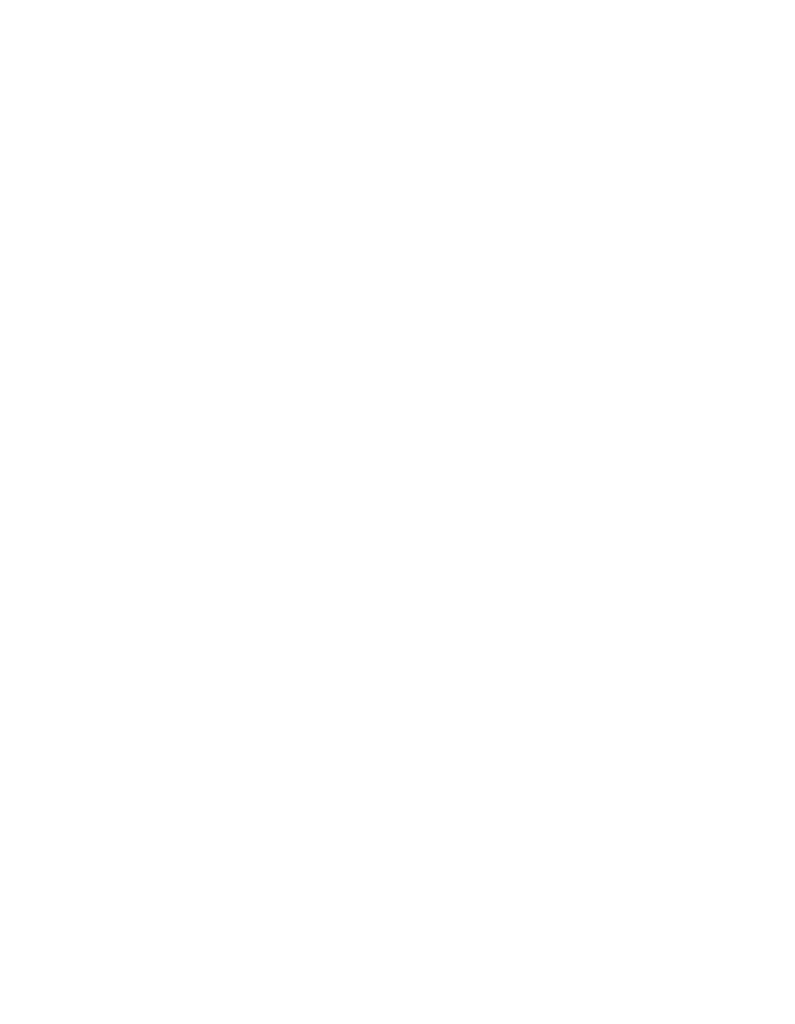
<source format=gbr>
G04 Created by GerbView*
%FSLAX35Y35*%
%MOMM*%
G75*
%ADD10C,0.0254*%
%ADD11C,0.1245*%
%LNEXPORT*%
D02*
D10*
D11*
X12450000Y26450000D03*
D10*
D11*
X14768750Y26575000D03*
D10*
D11*
X12250000Y26550000D03*
D10*
D11*
X14056250Y26575000D03*
D10*
D11*
X12450000Y26250000D03*
D10*
D11*
X14725000Y26425000D03*
D10*
D11*
X12250000Y26350000D03*
D10*
D11*
X13756250Y26425000D03*
D10*
D11*
X12350000Y26450000D03*
D10*
D11*
X14768750Y26475000D03*
D10*
D11*
X12150000Y26550000D03*
D10*
D11*
X14056250Y26475000D03*
D10*
D11*
X12350000Y26250000D03*
D10*
D11*
X14725000Y26325000D03*
D10*
D11*
X12150000Y26350000D03*
D10*
D11*
X13756250Y26325000D03*
D10*
D11*
X19400000Y12450000D03*
D10*
D11*
X21718750Y12575000D03*
D10*
D11*
X19200000Y12550000D03*
D10*
D11*
X21006250Y12575000D03*
D10*
D11*
X19400000Y12250000D03*
D10*
D11*
X21675000Y12425000D03*
D10*
D11*
X19200000Y12350000D03*
D10*
D11*
X20706250Y12425000D03*
D10*
D11*
X19300000Y12450000D03*
D10*
D11*
X21718750Y12475000D03*
D10*
D11*
X19100000Y12550000D03*
D10*
D11*
X21006250Y12475000D03*
D10*
D11*
X19300000Y12250000D03*
D10*
D11*
X21675000Y12325000D03*
D10*
D11*
X19100000Y12350000D03*
D10*
D11*
X20706250Y12325000D03*
D10*
D11*
X5081250Y28325000D03*
D10*
D11*
X7450000Y27850000D03*
D10*
D11*
X5793750Y28325000D03*
D10*
D11*
X7650000Y27950000D03*
D10*
D11*
X5125000Y28475000D03*
D10*
D11*
X7650000Y28150000D03*
D10*
D11*
X6093750Y28475000D03*
D10*
D11*
X7450000Y28050000D03*
D10*
D11*
X5081250Y28425000D03*
D10*
D11*
X7550000Y27850000D03*
D10*
D11*
X5793750Y28425000D03*
D10*
D11*
X7750000Y27950000D03*
D10*
D11*
X5125000Y28575000D03*
D10*
D11*
X7750000Y28150000D03*
D10*
D11*
X6093750Y28575000D03*
D10*
D11*
X7550000Y28050000D03*
D10*
D11*
X12031250Y14325000D03*
D10*
D11*
X14400000Y13850000D03*
D10*
D11*
X12743750Y14325000D03*
D10*
D11*
X14600000Y13950000D03*
D10*
D11*
X12075000Y14475000D03*
D10*
D11*
X14600000Y14150000D03*
D10*
D11*
X13043750Y14475000D03*
D10*
D11*
X14400000Y14050000D03*
D10*
D11*
X12031250Y14425000D03*
D10*
D11*
X14500000Y13850000D03*
D10*
D11*
X12743750Y14425000D03*
D10*
D11*
X14700000Y13950000D03*
D10*
D11*
X12075000Y14575000D03*
D10*
D11*
X14700000Y14150000D03*
D10*
D11*
X13043750Y14575000D03*
D10*
D11*
X14500000Y14050000D03*
D10*
D11*
X11750000Y26350000D03*
D10*
D11*
X11950000Y26250000D03*
D10*
D11*
X11950000Y26450000D03*
D10*
D11*
X11750000Y26550000D03*
D10*
D11*
X11650000Y26350000D03*
D10*
D11*
X11850000Y26250000D03*
D10*
D11*
X11850000Y26450000D03*
D10*
D11*
X11650000Y26550000D03*
D10*
D11*
X18700000Y12350000D03*
D10*
D11*
X18900000Y12250000D03*
D10*
D11*
X18900000Y12450000D03*
D10*
D11*
X18700000Y12550000D03*
D10*
D11*
X18600000Y12350000D03*
D10*
D11*
X18800000Y12250000D03*
D10*
D11*
X18800000Y12450000D03*
D10*
D11*
X18600000Y12550000D03*
D10*
D11*
X22850000Y19850790D03*
D10*
D11*
X24366250Y19882540D03*
D10*
D11*
X22850000Y19792210D03*
D10*
D11*
X24293750Y19810040D03*
D10*
D11*
X22850000Y20000790D03*
D10*
D11*
X24366250Y20036220D03*
D10*
D11*
X22850000Y19942210D03*
D10*
D11*
X24293750Y19963720D03*
D10*
D11*
X22850000Y20150790D03*
D10*
D11*
X24366250Y20181220D03*
D10*
D11*
X22850000Y20092210D03*
D10*
D11*
X24293750Y20108720D03*
D10*
D11*
X22850000Y20270290D03*
D10*
D11*
X24366250Y20326220D03*
D10*
D11*
X22850000Y20211710D03*
D10*
D11*
X24293750Y20253720D03*
D10*
D11*
X2646250Y20969610D03*
D10*
D11*
X2646250Y21032900D03*
D10*
D11*
X2643750Y20725860D03*
D10*
D11*
X2643750Y20789150D03*
D10*
D11*
X5156250Y14205390D03*
D10*
D11*
X5881250Y10981650D03*
D10*
D11*
X5156250Y14142100D03*
D10*
D11*
X5881250Y10918360D03*
D10*
D11*
X7353750Y11300000D03*
D10*
D11*
X7353750Y11400000D03*
D10*
D11*
X12062500Y7675750D03*
D10*
D11*
X12763860Y7673750D03*
D10*
D11*
X12100000Y7825000D03*
D10*
D11*
X13068750Y7825000D03*
D10*
D11*
X12062500Y7775750D03*
D10*
D11*
X12763860Y7773750D03*
D10*
D11*
X12100000Y7925000D03*
D10*
D11*
X13068750Y7925000D03*
D10*
D11*
X12763860Y8526250D03*
D10*
D11*
X11825000Y8526250D03*
D10*
D11*
X2653210Y6222020D03*
D10*
D11*
X13068750Y8375000D03*
D10*
D11*
X12100000Y8375000D03*
D10*
D11*
X2346500Y5806250D03*
D10*
D11*
X12763860Y8426250D03*
D10*
D11*
X11825000Y8426250D03*
D10*
D11*
X2733220Y6220720D03*
D10*
D11*
X13068750Y8275000D03*
D10*
D11*
X12100000Y8275000D03*
D10*
D11*
X2446500Y5806250D03*
D10*
D11*
X16000000Y11050000D03*
D10*
D11*
X9075000Y14385400D03*
D10*
D11*
X16000000Y11150000D03*
D10*
D11*
X8975000Y14385400D03*
D10*
D11*
X16100000Y11150000D03*
D10*
D11*
X8050000Y13875000D03*
D10*
D11*
X16100000Y11250000D03*
D10*
D11*
X8050000Y13975000D03*
D10*
D11*
X10150000Y30725000D03*
D10*
D11*
X10150000Y30812500D03*
D10*
D11*
X10300000Y30512500D03*
D10*
D11*
X10300000Y30675000D03*
D10*
D11*
X10687500Y29912500D03*
D10*
D11*
X10825000Y29912500D03*
D10*
D11*
X10875000Y29912500D03*
D10*
D11*
X10987500Y29900000D03*
D10*
D11*
X15537500Y8362500D03*
D10*
D11*
X15537500Y8450000D03*
D10*
D11*
X15537500Y8625000D03*
D10*
D11*
X15975000Y8012500D03*
D10*
D11*
X16000000Y9037500D03*
D10*
D11*
X16162500Y7975000D03*
D10*
D11*
X16175000Y9037500D03*
D10*
D11*
X16350000Y9037500D03*
D10*
D11*
X16975000Y8287500D03*
D10*
D11*
X16975000Y8437500D03*
D10*
D11*
X16978000Y27116000D03*
D10*
D11*
X17000000Y8637500D03*
D10*
D11*
X17116000Y27114000D03*
D10*
D11*
X17250000Y25987500D03*
D10*
D11*
X17250000Y26037500D03*
D10*
D11*
X17437500Y8050000D03*
D10*
D11*
X17462500Y9050000D03*
D10*
D11*
X17612500Y8050000D03*
D10*
D11*
X17625000Y9050000D03*
D10*
D11*
X17800000Y9050000D03*
D10*
D11*
X18012500Y26687500D03*
D10*
D11*
X18150000Y26687500D03*
D10*
D11*
X18200000Y8637500D03*
D10*
D11*
X18275000Y8275000D03*
D10*
D11*
X18275000Y8450000D03*
D10*
D11*
X18312500Y26675000D03*
D10*
D11*
X19312500Y26000000D03*
D10*
D11*
X19312500Y26100000D03*
D10*
D11*
X19375000Y25400000D03*
D10*
D11*
X19425000Y26287500D03*
D10*
D11*
X19437500Y25462500D03*
D10*
D11*
X19450000Y26087500D03*
D10*
D11*
X19825000Y26625000D03*
D10*
D11*
X20037500Y26625000D03*
D10*
D11*
X22894000Y19770000D03*
D10*
D11*
X22894000Y20190000D03*
D10*
D11*
X22894000Y20293000D03*
D10*
D11*
X22896000Y20075000D03*
D10*
D11*
X22897000Y19923000D03*
D10*
D11*
X22898000Y19868000D03*
D10*
D11*
X22898000Y20020000D03*
D10*
D11*
X24327000Y19772000D03*
D10*
D11*
X24329000Y20216000D03*
D10*
D11*
X24334000Y19930000D03*
D10*
D11*
X24336000Y20082000D03*
D10*
D11*
X24403000Y19844000D03*
D10*
D11*
X24405000Y20001000D03*
D10*
D11*
X24407000Y20148000D03*
D10*
D11*
X24415000Y20330000D03*
D10*
D11*
X2573000Y20953000D03*
D10*
D11*
X2626000Y20678000D03*
D10*
D11*
X2646000Y21090000D03*
D10*
D11*
X2667000Y20836000D03*
D10*
D11*
X5200000Y14112500D03*
D10*
D11*
X5200000Y14237500D03*
D10*
D11*
X5500000Y13687500D03*
D10*
D11*
X5625000Y13562500D03*
D10*
D11*
X5675000Y15400000D03*
D10*
D11*
X5675000Y15537500D03*
D10*
D11*
X5850000Y10875000D03*
D10*
D11*
X5850000Y11025000D03*
D10*
D11*
X5850000Y11075000D03*
D10*
D11*
X5875000Y11237500D03*
D10*
D11*
X5907690Y13382500D03*
D10*
D11*
X6037500Y13225000D03*
D10*
D11*
X6037500Y13400000D03*
D10*
D11*
X6162500Y13225000D03*
D10*
D11*
X6537500Y15137500D03*
D10*
D11*
X6600000Y15325000D03*
D10*
D11*
X6637500Y15225000D03*
D10*
D11*
X6675000Y15400000D03*
D10*
D11*
X7268000Y12255000D03*
D10*
D11*
X7396000Y11423000D03*
D10*
D11*
X7416000Y12252000D03*
D10*
D11*
X7975000Y15212500D03*
D10*
D11*
X7975000Y15350000D03*
D10*
D11*
X8075000Y15400000D03*
D10*
D11*
X8075000Y15525000D03*
D10*
D11*
X8087500Y13837500D03*
D10*
D11*
X8087500Y14012500D03*
D10*
D11*
X8425000Y15337500D03*
D10*
D11*
X8425000Y15512500D03*
D10*
D11*
X8825000Y30375000D03*
D10*
D11*
X8900000Y30000000D03*
D10*
D11*
X8975000Y14437500D03*
D10*
D11*
X974000Y8098000D03*
D10*
D11*
X975000Y7916000D03*
D10*
D11*
X9012500Y30000000D03*
D10*
D11*
X9075000Y30037500D03*
D10*
D11*
X9212500Y30037500D03*
D10*
D11*
X9612500Y30500000D03*
D10*
D11*
X9662500Y30650000D03*
D10*
D11*
X9662500Y30687500D03*
D10*
D11*
X9675000Y30812500D03*
D10*
D11*
X9775000Y14662500D03*
D10*
D11*
X9850000Y14762500D03*
D10*
D11*
X7450000Y24650000D03*
D10*
D11*
X14400000Y10650000D03*
D10*
D11*
X7550000Y24650000D03*
D10*
D11*
X14500000Y10650000D03*
D10*
D11*
X7950000Y24650000D03*
D10*
D11*
X14900000Y10650000D03*
D10*
D11*
X8050000Y24650000D03*
D10*
D11*
X15000000Y10650000D03*
D10*
D11*
X19200000Y14150000D03*
D10*
D11*
X19400000Y14050000D03*
D10*
D11*
X19200000Y13950000D03*
D10*
D11*
X19400000Y13850000D03*
D10*
D11*
X19100000Y14150000D03*
D10*
D11*
X19300000Y14050000D03*
D10*
D11*
X19100000Y13950000D03*
D10*
D11*
X19300000Y13850000D03*
D10*
D11*
X18700000Y14150000D03*
D10*
D11*
X18900000Y14050000D03*
D10*
D11*
X18700000Y13950000D03*
D10*
D11*
X18900000Y13850000D03*
D10*
D11*
X18600000Y14150000D03*
D10*
D11*
X18800000Y14050000D03*
D10*
D11*
X18600000Y13950000D03*
D10*
D11*
X18800000Y13850000D03*
D10*
D11*
X5568190Y13559950D03*
D10*
D11*
X5895590Y11186920D03*
D10*
D11*
X5497470Y13630670D03*
D10*
D11*
X5824870Y11116200D03*
D10*
D11*
X17025160Y8409380D03*
D10*
D11*
X18300000Y13950000D03*
D10*
D11*
X17025160Y8590630D03*
D10*
D11*
X18300000Y13150000D03*
D10*
D11*
X17584380Y8999840D03*
D10*
D11*
X18500000Y13450000D03*
D10*
D11*
X17765630Y8999840D03*
D10*
D11*
X18500000Y12250000D03*
D10*
D11*
X18224840Y8490620D03*
D10*
D11*
X18500000Y11050000D03*
D10*
D11*
X18224840Y8309370D03*
D10*
D11*
X18500000Y11850000D03*
D10*
D11*
X11550000Y26250000D03*
D10*
D11*
X17025160Y8309380D03*
D10*
D11*
X18200000Y13950000D03*
D10*
D11*
X17025160Y8490630D03*
D10*
D11*
X18200000Y13150000D03*
D10*
D11*
X17484380Y8999840D03*
D10*
D11*
X18400000Y13450000D03*
D10*
D11*
X17665630Y8999840D03*
D10*
D11*
X18400000Y12250000D03*
D10*
D11*
X18224840Y8590620D03*
D10*
D11*
X18400000Y11050000D03*
D10*
D11*
X18224840Y8409370D03*
D10*
D11*
X18400000Y11850000D03*
D10*
D11*
X11450000Y26250000D03*
D10*
D11*
X17573750Y8015000D03*
D10*
D11*
X6037500Y13275000D03*
D10*
D11*
X5937500Y13344880D03*
D10*
D11*
X17473750Y8015000D03*
D10*
D11*
X6137500Y13275000D03*
D10*
D11*
X6037500Y13344880D03*
D10*
D11*
X11550000Y26450000D03*
D10*
D11*
X19348010Y26059370D03*
D10*
D11*
X19443750Y26240620D03*
D10*
D11*
X8550000Y27550000D03*
D10*
D11*
X18500000Y12450000D03*
D10*
D11*
X19984380Y26635000D03*
D10*
D11*
X15500000Y13550000D03*
D10*
D11*
X19334810Y25428570D03*
D10*
D11*
X11450000Y26450000D03*
D10*
D11*
X19348010Y25959370D03*
D10*
D11*
X19443750Y26140620D03*
D10*
D11*
X8650000Y27550000D03*
D10*
D11*
X18400000Y12450000D03*
D10*
D11*
X19884380Y26635000D03*
D10*
D11*
X15600000Y13550000D03*
D10*
D11*
X19405530Y25499290D03*
D10*
D11*
X11550000Y26050000D03*
D10*
D11*
X17300000Y26059370D03*
D10*
D11*
X17095000Y27068750D03*
D10*
D11*
X8550000Y27350000D03*
D10*
D11*
X18084380Y26639490D03*
D10*
D11*
X18500000Y12050000D03*
D10*
D11*
X15500000Y13350000D03*
D10*
D11*
X18265630Y26639490D03*
D10*
D11*
X11450000Y26050000D03*
D10*
D11*
X17300000Y25959370D03*
D10*
D11*
X16995000Y27068750D03*
D10*
D11*
X8650000Y27350000D03*
D10*
D11*
X17984380Y26639490D03*
D10*
D11*
X18400000Y12050000D03*
D10*
D11*
X15600000Y13350000D03*
D10*
D11*
X18165630Y26639490D03*
D10*
D11*
X18300000Y13550000D03*
D10*
D11*
X8018750Y15415620D03*
D10*
D11*
X15300000Y11450000D03*
D10*
D11*
X7926990Y15234370D03*
D10*
D11*
X18200000Y13550000D03*
D10*
D11*
X8018750Y15515620D03*
D10*
D11*
X15400000Y11450000D03*
D10*
D11*
X7926990Y15334370D03*
D10*
D11*
X10910630Y29950000D03*
D10*
D11*
X11550000Y27850000D03*
D10*
D11*
X8350000Y27850000D03*
D10*
D11*
X8929380Y30046760D03*
D10*
D11*
X18500000Y13050000D03*
D10*
D11*
X18300000Y11750000D03*
D10*
D11*
X18300000Y10950000D03*
D10*
D11*
X18500000Y13850000D03*
D10*
D11*
X15500000Y10950000D03*
D10*
D11*
X15575160Y8409380D03*
D10*
D11*
X10729380Y29950000D03*
D10*
D11*
X11550000Y27050000D03*
D10*
D11*
X15500000Y11750000D03*
D10*
D11*
X15575160Y8590630D03*
D10*
D11*
X15300000Y13050000D03*
D10*
D11*
X16134380Y8999840D03*
D10*
D11*
X15300000Y13850000D03*
D10*
D11*
X16315630Y8997500D03*
D10*
D11*
X10321670Y30621670D03*
D10*
D11*
X11350000Y25750000D03*
D10*
D11*
X10203970Y30795620D03*
D10*
D11*
X11350000Y24950000D03*
D10*
D11*
X8550000Y24950000D03*
D10*
D11*
X9627280Y30735620D03*
D10*
D11*
X8550000Y25750000D03*
D10*
D11*
X9627280Y30554370D03*
D10*
D11*
X8350000Y27050000D03*
D10*
D11*
X9110630Y30078970D03*
D10*
D11*
X10970630Y29950000D03*
D10*
D11*
X11450000Y27850000D03*
D10*
D11*
X8450000Y27850000D03*
D10*
D11*
X8989380Y30046760D03*
D10*
D11*
X18400000Y13050000D03*
D10*
D11*
X18200000Y11750000D03*
D10*
D11*
X18200000Y10950000D03*
D10*
D11*
X18400000Y13850000D03*
D10*
D11*
X15575160Y8309380D03*
D10*
D11*
X15600000Y10950000D03*
D10*
D11*
X10789380Y29950000D03*
D10*
D11*
X11450000Y27050000D03*
D10*
D11*
X15575160Y8490630D03*
D10*
D11*
X15600000Y11750000D03*
D10*
D11*
X15400000Y13050000D03*
D10*
D11*
X16034380Y8999840D03*
D10*
D11*
X15400000Y13850000D03*
D10*
D11*
X16215630Y8997500D03*
D10*
D11*
X10321670Y30561670D03*
D10*
D11*
X11250000Y25750000D03*
D10*
D11*
X10203970Y30735620D03*
D10*
D11*
X11250000Y24950000D03*
D10*
D11*
X8650000Y24950000D03*
D10*
D11*
X9627280Y30795620D03*
D10*
D11*
X8650000Y25750000D03*
D10*
D11*
X9627280Y30614370D03*
D10*
D11*
X8450000Y27050000D03*
D10*
D11*
X9170630Y30078970D03*
D10*
D11*
X6562930Y15362930D03*
D10*
D11*
X16123750Y8006250D03*
D10*
D11*
X6519180Y15181680D03*
D10*
D11*
X6633650Y15433650D03*
D10*
D11*
X16023750Y8006250D03*
D10*
D11*
X6589900Y15252400D03*
D10*
D11*
X5727500Y15420000D03*
D10*
D11*
X8875000Y10668750D03*
D10*
D11*
X5727500Y15520000D03*
D10*
D11*
X8975000Y10668750D03*
D10*
D11*
X8687500Y3018750D03*
D10*
D11*
X8606250Y3018750D03*
D10*
D11*
X7284380Y12193750D03*
D10*
D11*
X8464700Y15475000D03*
D10*
D11*
X7384380Y12193750D03*
D10*
D11*
X8464700Y15375000D03*
D10*
D11*
X12150000Y24550000D03*
D10*
D11*
X14055500Y23875000D03*
D10*
D11*
X12350000Y24450000D03*
D10*
D11*
X14763000Y23875000D03*
D10*
D11*
X10550000Y24450000D03*
D10*
D11*
X13753000Y23125000D03*
D10*
D11*
X10550000Y24250000D03*
D10*
D11*
X14997000Y23125000D03*
D10*
D11*
X12150000Y24350000D03*
D10*
D11*
X13750000Y23725000D03*
D10*
D11*
X11950000Y24450000D03*
D10*
D11*
X14545500Y23725000D03*
D10*
D11*
X11950000Y24250000D03*
D10*
D11*
X14054000Y23575000D03*
D10*
D11*
X11950000Y24050000D03*
D10*
D11*
X14765000Y23575000D03*
D10*
D11*
X10750000Y24550000D03*
D10*
D11*
X13752000Y23425000D03*
D10*
D11*
X10750000Y24350000D03*
D10*
D11*
X14544000Y23425000D03*
D10*
D11*
X10750000Y24150000D03*
D10*
D11*
X14052000Y23275000D03*
D10*
D11*
X10550000Y24050000D03*
D10*
D11*
X14767000Y23275000D03*
D10*
D11*
X12250000Y24550000D03*
D10*
D11*
X14055500Y23975000D03*
D10*
D11*
X12450000Y24450000D03*
D10*
D11*
X14763000Y23975000D03*
D10*
D11*
X10650000Y24450000D03*
D10*
D11*
X13753000Y23225000D03*
D10*
D11*
X10650000Y24250000D03*
D10*
D11*
X14997000Y23225000D03*
D10*
D11*
X12250000Y24350000D03*
D10*
D11*
X13750000Y23825000D03*
D10*
D11*
X12050000Y24450000D03*
D10*
D11*
X14545500Y23825000D03*
D10*
D11*
X12050000Y24250000D03*
D10*
D11*
X14054000Y23675000D03*
D10*
D11*
X12050000Y24050000D03*
D10*
D11*
X14765000Y23675000D03*
D10*
D11*
X10850000Y24550000D03*
D10*
D11*
X13752000Y23525000D03*
D10*
D11*
X10850000Y24350000D03*
D10*
D11*
X14544000Y23525000D03*
D10*
D11*
X10850000Y24150000D03*
D10*
D11*
X14052000Y23375000D03*
D10*
D11*
X10650000Y24050000D03*
D10*
D11*
X14767000Y23375000D03*
D10*
D11*
X19100000Y10550000D03*
D10*
D11*
X21005500Y9875000D03*
D10*
D11*
X19300000Y10450000D03*
D10*
D11*
X21713000Y9875000D03*
D10*
D11*
X17500000Y10450000D03*
D10*
D11*
X20703000Y9125000D03*
D10*
D11*
X17500000Y10250000D03*
D10*
D11*
X21947000Y9125000D03*
D10*
D11*
X19100000Y10350000D03*
D10*
D11*
X20700000Y9725000D03*
D10*
D11*
X18900000Y10450000D03*
D10*
D11*
X21495500Y9725000D03*
D10*
D11*
X18900000Y10250000D03*
D10*
D11*
X21004000Y9575000D03*
D10*
D11*
X18900000Y10050000D03*
D10*
D11*
X21715000Y9575000D03*
D10*
D11*
X17700000Y10550000D03*
D10*
D11*
X20702000Y9425000D03*
D10*
D11*
X17700000Y10350000D03*
D10*
D11*
X21494000Y9425000D03*
D10*
D11*
X17700000Y10150000D03*
D10*
D11*
X21002000Y9275000D03*
D10*
D11*
X17500000Y10050000D03*
D10*
D11*
X21717000Y9275000D03*
D10*
D11*
X19200000Y10550000D03*
D10*
D11*
X21005500Y9975000D03*
D10*
D11*
X19400000Y10450000D03*
D10*
D11*
X21713000Y9975000D03*
D10*
D11*
X17600000Y10450000D03*
D10*
D11*
X20703000Y9225000D03*
D10*
D11*
X17600000Y10250000D03*
D10*
D11*
X21947000Y9225000D03*
D10*
D11*
X19200000Y10350000D03*
D10*
D11*
X20700000Y9825000D03*
D10*
D11*
X19000000Y10450000D03*
D10*
D11*
X21495500Y9825000D03*
D10*
D11*
X19000000Y10250000D03*
D10*
D11*
X21004000Y9675000D03*
D10*
D11*
X19000000Y10050000D03*
D10*
D11*
X21715000Y9675000D03*
D10*
D11*
X17800000Y10550000D03*
D10*
D11*
X20702000Y9525000D03*
D10*
D11*
X17800000Y10350000D03*
D10*
D11*
X21494000Y9525000D03*
D10*
D11*
X17800000Y10150000D03*
D10*
D11*
X21002000Y9375000D03*
D10*
D11*
X17600000Y10050000D03*
D10*
D11*
X21717000Y9375000D03*
D10*
D11*
X12150000Y26150000D03*
D10*
D11*
X14055500Y25175000D03*
D10*
D11*
X12350000Y26050000D03*
D10*
D11*
X14763000Y25175000D03*
D10*
D11*
X12150000Y25150000D03*
D10*
D11*
X13753000Y24425000D03*
D10*
D11*
X12350000Y25050000D03*
D10*
D11*
X14997000Y24425000D03*
D10*
D11*
X12150000Y25950000D03*
D10*
D11*
X13750000Y25025000D03*
D10*
D11*
X12350000Y25850000D03*
D10*
D11*
X14545500Y25025000D03*
D10*
D11*
X12150000Y25750000D03*
D10*
D11*
X14054000Y24875000D03*
D10*
D11*
X12350000Y25650000D03*
D10*
D11*
X14765000Y24875000D03*
D10*
D11*
X12150000Y25550000D03*
D10*
D11*
X13752000Y24725000D03*
D10*
D11*
X12350000Y25450000D03*
D10*
D11*
X14544000Y24725000D03*
D10*
D11*
X12150000Y25350000D03*
D10*
D11*
X14052000Y24575000D03*
D10*
D11*
X12350000Y25250000D03*
D10*
D11*
X14767000Y24575000D03*
D10*
D11*
X12250000Y26150000D03*
D10*
D11*
X14055500Y25275000D03*
D10*
D11*
X12450000Y26050000D03*
D10*
D11*
X14763000Y25275000D03*
D10*
D11*
X12250000Y25150000D03*
D10*
D11*
X13753000Y24525000D03*
D10*
D11*
X12450000Y25050000D03*
D10*
D11*
X14997000Y24525000D03*
D10*
D11*
X12250000Y25950000D03*
D10*
D11*
X13750000Y25125000D03*
D10*
D11*
X12450000Y25850000D03*
D10*
D11*
X14545500Y25125000D03*
D10*
D11*
X12250000Y25750000D03*
D10*
D11*
X14054000Y24975000D03*
D10*
D11*
X12450000Y25650000D03*
D10*
D11*
X14765000Y24975000D03*
D10*
D11*
X12250000Y25550000D03*
D10*
D11*
X13752000Y24825000D03*
D10*
D11*
X12450000Y25450000D03*
D10*
D11*
X14544000Y24825000D03*
D10*
D11*
X12250000Y25350000D03*
D10*
D11*
X14052000Y24675000D03*
D10*
D11*
X12450000Y25250000D03*
D10*
D11*
X14767000Y24675000D03*
D10*
D11*
X19100000Y12150000D03*
D10*
D11*
X21005500Y11175000D03*
D10*
D11*
X19300000Y12050000D03*
D10*
D11*
X21713000Y11175000D03*
D10*
D11*
X19100000Y11150000D03*
D10*
D11*
X20703000Y10425000D03*
D10*
D11*
X19300000Y11050000D03*
D10*
D11*
X21947000Y10425000D03*
D10*
D11*
X19100000Y11950000D03*
D10*
D11*
X20700000Y11025000D03*
D10*
D11*
X19300000Y11850000D03*
D10*
D11*
X21495500Y11025000D03*
D10*
D11*
X19100000Y11750000D03*
D10*
D11*
X21004000Y10875000D03*
D10*
D11*
X19300000Y11650000D03*
D10*
D11*
X21715000Y10875000D03*
D10*
D11*
X19100000Y11550000D03*
D10*
D11*
X20702000Y10725000D03*
D10*
D11*
X19300000Y11450000D03*
D10*
D11*
X21494000Y10725000D03*
D10*
D11*
X19100000Y11350000D03*
D10*
D11*
X21002000Y10575000D03*
D10*
D11*
X19300000Y11250000D03*
D10*
D11*
X21717000Y10575000D03*
D10*
D11*
X19200000Y12150000D03*
D10*
D11*
X21005500Y11275000D03*
D10*
D11*
X19400000Y12050000D03*
D10*
D11*
X21713000Y11275000D03*
D10*
D11*
X19200000Y11150000D03*
D10*
D11*
X20703000Y10525000D03*
D10*
D11*
X19400000Y11050000D03*
D10*
D11*
X21947000Y10525000D03*
D10*
D11*
X19200000Y11950000D03*
D10*
D11*
X20700000Y11125000D03*
D10*
D11*
X19400000Y11850000D03*
D10*
D11*
X21495500Y11125000D03*
D10*
D11*
X19200000Y11750000D03*
D10*
D11*
X21004000Y10975000D03*
D10*
D11*
X19400000Y11650000D03*
D10*
D11*
X21715000Y10975000D03*
D10*
D11*
X19200000Y11550000D03*
D10*
D11*
X20702000Y10825000D03*
D10*
D11*
X19400000Y11450000D03*
D10*
D11*
X21494000Y10825000D03*
D10*
D11*
X19200000Y11350000D03*
D10*
D11*
X21002000Y10675000D03*
D10*
D11*
X19400000Y11250000D03*
D10*
D11*
X21717000Y10675000D03*
D10*
D11*
X12250000Y27750000D03*
D10*
D11*
X14055500Y27775000D03*
D10*
D11*
X12450000Y27650000D03*
D10*
D11*
X14763000Y27775000D03*
D10*
D11*
X12250000Y26750000D03*
D10*
D11*
X13753000Y27025000D03*
D10*
D11*
X12450000Y26650000D03*
D10*
D11*
X14997000Y27025000D03*
D10*
D11*
X12250000Y27550000D03*
D10*
D11*
X13750000Y27625000D03*
D10*
D11*
X12450000Y27450000D03*
D10*
D11*
X14545500Y27625000D03*
D10*
D11*
X12250000Y27350000D03*
D10*
D11*
X14054000Y27475000D03*
D10*
D11*
X12450000Y27250000D03*
D10*
D11*
X14765000Y27475000D03*
D10*
D11*
X12250000Y27150000D03*
D10*
D11*
X13752000Y27325000D03*
D10*
D11*
X12450000Y27050000D03*
D10*
D11*
X14544000Y27325000D03*
D10*
D11*
X12250000Y26950000D03*
D10*
D11*
X14052000Y27175000D03*
D10*
D11*
X12450000Y26850000D03*
D10*
D11*
X14767000Y27175000D03*
D10*
D11*
X12150000Y27750000D03*
D10*
D11*
X14055500Y27875000D03*
D10*
D11*
X12350000Y27650000D03*
D10*
D11*
X14763000Y27875000D03*
D10*
D11*
X12150000Y26750000D03*
D10*
D11*
X13753000Y27125000D03*
D10*
D11*
X12350000Y26650000D03*
D10*
D11*
X14997000Y27125000D03*
D10*
D11*
X12150000Y27550000D03*
D10*
D11*
X13750000Y27725000D03*
D10*
D11*
X12350000Y27450000D03*
D10*
D11*
X14545500Y27725000D03*
D10*
D11*
X12150000Y27350000D03*
D10*
D11*
X14054000Y27575000D03*
D10*
D11*
X12350000Y27250000D03*
D10*
D11*
X14765000Y27575000D03*
D10*
D11*
X12150000Y27150000D03*
D10*
D11*
X13752000Y27425000D03*
D10*
D11*
X12350000Y27050000D03*
D10*
D11*
X14544000Y27425000D03*
D10*
D11*
X12150000Y26950000D03*
D10*
D11*
X14052000Y27275000D03*
D10*
D11*
X12350000Y26850000D03*
D10*
D11*
X14767000Y27275000D03*
D10*
D11*
X19200000Y13750000D03*
D10*
D11*
X21005500Y13775000D03*
D10*
D11*
X19400000Y13650000D03*
D10*
D11*
X21713000Y13775000D03*
D10*
D11*
X19200000Y12750000D03*
D10*
D11*
X20703000Y13025000D03*
D10*
D11*
X19400000Y12650000D03*
D10*
D11*
X21947000Y13025000D03*
D10*
D11*
X19200000Y13550000D03*
D10*
D11*
X20700000Y13625000D03*
D10*
D11*
X19400000Y13450000D03*
D10*
D11*
X21495500Y13625000D03*
D10*
D11*
X19200000Y13350000D03*
D10*
D11*
X21004000Y13475000D03*
D10*
D11*
X19400000Y13250000D03*
D10*
D11*
X21715000Y13475000D03*
D10*
D11*
X19200000Y13150000D03*
D10*
D11*
X20702000Y13325000D03*
D10*
D11*
X19400000Y13050000D03*
D10*
D11*
X21494000Y13325000D03*
D10*
D11*
X19200000Y12950000D03*
D10*
D11*
X21002000Y13175000D03*
D10*
D11*
X19400000Y12850000D03*
D10*
D11*
X21717000Y13175000D03*
D10*
D11*
X19100000Y13750000D03*
D10*
D11*
X21005500Y13875000D03*
D10*
D11*
X19300000Y13650000D03*
D10*
D11*
X21713000Y13875000D03*
D10*
D11*
X19100000Y12750000D03*
D10*
D11*
X20703000Y13125000D03*
D10*
D11*
X19300000Y12650000D03*
D10*
D11*
X21947000Y13125000D03*
D10*
D11*
X19100000Y13550000D03*
D10*
D11*
X20700000Y13725000D03*
D10*
D11*
X19300000Y13450000D03*
D10*
D11*
X21495500Y13725000D03*
D10*
D11*
X19100000Y13350000D03*
D10*
D11*
X21004000Y13575000D03*
D10*
D11*
X19300000Y13250000D03*
D10*
D11*
X21715000Y13575000D03*
D10*
D11*
X19100000Y13150000D03*
D10*
D11*
X20702000Y13425000D03*
D10*
D11*
X19300000Y13050000D03*
D10*
D11*
X21494000Y13425000D03*
D10*
D11*
X19100000Y12950000D03*
D10*
D11*
X21002000Y13275000D03*
D10*
D11*
X19300000Y12850000D03*
D10*
D11*
X21717000Y13275000D03*
D10*
D11*
X10650000Y29050000D03*
D10*
D11*
X14055500Y30375000D03*
D10*
D11*
X10650000Y28850000D03*
D10*
D11*
X14763000Y30375000D03*
D10*
D11*
X12250000Y28350000D03*
D10*
D11*
X13753000Y29625000D03*
D10*
D11*
X12450000Y28250000D03*
D10*
D11*
X14997000Y29625000D03*
D10*
D11*
X10850000Y28950000D03*
D10*
D11*
X13750000Y30225000D03*
D10*
D11*
X12050000Y29050000D03*
D10*
D11*
X14545500Y30225000D03*
D10*
D11*
X12050000Y28850000D03*
D10*
D11*
X14054000Y30075000D03*
D10*
D11*
X12050000Y28650000D03*
D10*
D11*
X14765000Y30075000D03*
D10*
D11*
X12250000Y28750000D03*
D10*
D11*
X13752000Y29925000D03*
D10*
D11*
X12450000Y28650000D03*
D10*
D11*
X14544000Y29925000D03*
D10*
D11*
X12250000Y28550000D03*
D10*
D11*
X14052000Y29775000D03*
D10*
D11*
X12450000Y28450000D03*
D10*
D11*
X14767000Y29775000D03*
D10*
D11*
X10550000Y29050000D03*
D10*
D11*
X14055500Y30475000D03*
D10*
D11*
X10550000Y28850000D03*
D10*
D11*
X14763000Y30475000D03*
D10*
D11*
X12150000Y28350000D03*
D10*
D11*
X13753000Y29725000D03*
D10*
D11*
X12350000Y28250000D03*
D10*
D11*
X14997000Y29725000D03*
D10*
D11*
X10750000Y28950000D03*
D10*
D11*
X13750000Y30325000D03*
D10*
D11*
X11950000Y29050000D03*
D10*
D11*
X14545500Y30325000D03*
D10*
D11*
X11950000Y28850000D03*
D10*
D11*
X14054000Y30175000D03*
D10*
D11*
X11950000Y28650000D03*
D10*
D11*
X14765000Y30175000D03*
D10*
D11*
X12150000Y28750000D03*
D10*
D11*
X13752000Y30025000D03*
D10*
D11*
X12350000Y28650000D03*
D10*
D11*
X14544000Y30025000D03*
D10*
D11*
X12150000Y28550000D03*
D10*
D11*
X14052000Y29875000D03*
D10*
D11*
X12350000Y28450000D03*
D10*
D11*
X14767000Y29875000D03*
D10*
D11*
X17600000Y15050000D03*
D10*
D11*
X21005500Y16375000D03*
D10*
D11*
X17600000Y14850000D03*
D10*
D11*
X21713000Y16375000D03*
D10*
D11*
X19200000Y14350000D03*
D10*
D11*
X20703000Y15625000D03*
D10*
D11*
X19400000Y14250000D03*
D10*
D11*
X21947000Y15625000D03*
D10*
D11*
X17800000Y14950000D03*
D10*
D11*
X20700000Y16225000D03*
D10*
D11*
X19000000Y15050000D03*
D10*
D11*
X21495500Y16225000D03*
D10*
D11*
X19000000Y14850000D03*
D10*
D11*
X21004000Y16075000D03*
D10*
D11*
X19000000Y14650000D03*
D10*
D11*
X21715000Y16075000D03*
D10*
D11*
X19200000Y14750000D03*
D10*
D11*
X20702000Y15925000D03*
D10*
D11*
X19400000Y14650000D03*
D10*
D11*
X21494000Y15925000D03*
D10*
D11*
X19200000Y14550000D03*
D10*
D11*
X21002000Y15775000D03*
D10*
D11*
X19400000Y14450000D03*
D10*
D11*
X21717000Y15775000D03*
D10*
D11*
X17500000Y15050000D03*
D10*
D11*
X21005500Y16475000D03*
D10*
D11*
X17500000Y14850000D03*
D10*
D11*
X21713000Y16475000D03*
D10*
D11*
X19100000Y14350000D03*
D10*
D11*
X20703000Y15725000D03*
D10*
D11*
X19300000Y14250000D03*
D10*
D11*
X21947000Y15725000D03*
D10*
D11*
X17700000Y14950000D03*
D10*
D11*
X20700000Y16325000D03*
D10*
D11*
X18900000Y15050000D03*
D10*
D11*
X21495500Y16325000D03*
D10*
D11*
X18900000Y14850000D03*
D10*
D11*
X21004000Y16175000D03*
D10*
D11*
X18900000Y14650000D03*
D10*
D11*
X21715000Y16175000D03*
D10*
D11*
X19100000Y14750000D03*
D10*
D11*
X20702000Y16025000D03*
D10*
D11*
X19300000Y14650000D03*
D10*
D11*
X21494000Y16025000D03*
D10*
D11*
X19100000Y14550000D03*
D10*
D11*
X21002000Y15875000D03*
D10*
D11*
X19300000Y14450000D03*
D10*
D11*
X21717000Y15875000D03*
D10*
D11*
X5794500Y23225000D03*
D10*
D11*
X9250000Y24050000D03*
D10*
D11*
X5087000Y23225000D03*
D10*
D11*
X9250000Y24250000D03*
D10*
D11*
X6047000Y23975000D03*
D10*
D11*
X7650000Y24550000D03*
D10*
D11*
X4853000Y23975000D03*
D10*
D11*
X7450000Y24450000D03*
D10*
D11*
X6050000Y23375000D03*
D10*
D11*
X9050000Y24150000D03*
D10*
D11*
X5306250Y23375000D03*
D10*
D11*
X9250000Y24450000D03*
D10*
D11*
X5796000Y23525000D03*
D10*
D11*
X9050000Y24550000D03*
D10*
D11*
X5085000Y23525000D03*
D10*
D11*
X9050000Y24350000D03*
D10*
D11*
X6098000Y23675000D03*
D10*
D11*
X7850000Y24250000D03*
D10*
D11*
X5306250Y23675000D03*
D10*
D11*
X7850000Y24050000D03*
D10*
D11*
X5798000Y23825000D03*
D10*
D11*
X7650000Y24350000D03*
D10*
D11*
X5083000Y23825000D03*
D10*
D11*
X7850000Y24450000D03*
D10*
D11*
X5794500Y23125000D03*
D10*
D11*
X9350000Y24050000D03*
D10*
D11*
X5087000Y23125000D03*
D10*
D11*
X9350000Y24250000D03*
D10*
D11*
X6047000Y23875000D03*
D10*
D11*
X7750000Y24550000D03*
D10*
D11*
X4853000Y23875000D03*
D10*
D11*
X7550000Y24450000D03*
D10*
D11*
X6050000Y23275000D03*
D10*
D11*
X9150000Y24150000D03*
D10*
D11*
X5306250Y23275000D03*
D10*
D11*
X9350000Y24450000D03*
D10*
D11*
X5796000Y23425000D03*
D10*
D11*
X9150000Y24550000D03*
D10*
D11*
X5085000Y23425000D03*
D10*
D11*
X9150000Y24350000D03*
D10*
D11*
X6098000Y23575000D03*
D10*
D11*
X7950000Y24250000D03*
D10*
D11*
X5306250Y23575000D03*
D10*
D11*
X7950000Y24050000D03*
D10*
D11*
X5798000Y23725000D03*
D10*
D11*
X7750000Y24350000D03*
D10*
D11*
X5083000Y23725000D03*
D10*
D11*
X7950000Y24450000D03*
D10*
D11*
X12744500Y9225000D03*
D10*
D11*
X16200000Y10050000D03*
D10*
D11*
X12037000Y9225000D03*
D10*
D11*
X16200000Y10250000D03*
D10*
D11*
X12997000Y9975000D03*
D10*
D11*
X14600000Y10550000D03*
D10*
D11*
X11803000Y9975000D03*
D10*
D11*
X14400000Y10450000D03*
D10*
D11*
X13000000Y9375000D03*
D10*
D11*
X16000000Y10150000D03*
D10*
D11*
X12256250Y9375000D03*
D10*
D11*
X16200000Y10450000D03*
D10*
D11*
X12746000Y9525000D03*
D10*
D11*
X16000000Y10550000D03*
D10*
D11*
X12035000Y9525000D03*
D10*
D11*
X16000000Y10350000D03*
D10*
D11*
X13048000Y9675000D03*
D10*
D11*
X14800000Y10250000D03*
D10*
D11*
X12256250Y9675000D03*
D10*
D11*
X14800000Y10050000D03*
D10*
D11*
X12748000Y9825000D03*
D10*
D11*
X14600000Y10350000D03*
D10*
D11*
X12033000Y9825000D03*
D10*
D11*
X14800000Y10450000D03*
D10*
D11*
X12744500Y9125000D03*
D10*
D11*
X16300000Y10050000D03*
D10*
D11*
X12037000Y9125000D03*
D10*
D11*
X16300000Y10250000D03*
D10*
D11*
X12997000Y9875000D03*
D10*
D11*
X14700000Y10550000D03*
D10*
D11*
X11803000Y9875000D03*
D10*
D11*
X14500000Y10450000D03*
D10*
D11*
X13000000Y9275000D03*
D10*
D11*
X16100000Y10150000D03*
D10*
D11*
X12256250Y9275000D03*
D10*
D11*
X16300000Y10450000D03*
D10*
D11*
X12746000Y9425000D03*
D10*
D11*
X16100000Y10550000D03*
D10*
D11*
X12035000Y9425000D03*
D10*
D11*
X16100000Y10350000D03*
D10*
D11*
X13048000Y9575000D03*
D10*
D11*
X14900000Y10250000D03*
D10*
D11*
X12256250Y9575000D03*
D10*
D11*
X14900000Y10050000D03*
D10*
D11*
X12748000Y9725000D03*
D10*
D11*
X14700000Y10350000D03*
D10*
D11*
X12033000Y9725000D03*
D10*
D11*
X14900000Y10450000D03*
D10*
D11*
X5794500Y25825000D03*
D10*
D11*
X7650000Y25150000D03*
D10*
D11*
X5087000Y25825000D03*
D10*
D11*
X7450000Y25050000D03*
D10*
D11*
X6097000Y26575000D03*
D10*
D11*
X7650000Y26150000D03*
D10*
D11*
X4853000Y26575000D03*
D10*
D11*
X7450000Y26050000D03*
D10*
D11*
X6050000Y25975000D03*
D10*
D11*
X7650000Y25350000D03*
D10*
D11*
X5306250Y25975000D03*
D10*
D11*
X7450000Y25250000D03*
D10*
D11*
X5796000Y26125000D03*
D10*
D11*
X7650000Y25550000D03*
D10*
D11*
X5085000Y26125000D03*
D10*
D11*
X7450000Y25450000D03*
D10*
D11*
X6098000Y26275000D03*
D10*
D11*
X7650000Y25750000D03*
D10*
D11*
X5306250Y26275000D03*
D10*
D11*
X7450000Y25650000D03*
D10*
D11*
X5798000Y26425000D03*
D10*
D11*
X7650000Y25950000D03*
D10*
D11*
X5083000Y26425000D03*
D10*
D11*
X7450000Y25850000D03*
D10*
D11*
X5794500Y25725000D03*
D10*
D11*
X7750000Y25150000D03*
D10*
D11*
X5087000Y25725000D03*
D10*
D11*
X7550000Y25050000D03*
D10*
D11*
X6097000Y26475000D03*
D10*
D11*
X7750000Y26150000D03*
D10*
D11*
X4853000Y26475000D03*
D10*
D11*
X7550000Y26050000D03*
D10*
D11*
X6050000Y25875000D03*
D10*
D11*
X7750000Y25350000D03*
D10*
D11*
X5306250Y25875000D03*
D10*
D11*
X7550000Y25250000D03*
D10*
D11*
X5796000Y26025000D03*
D10*
D11*
X7750000Y25550000D03*
D10*
D11*
X5085000Y26025000D03*
D10*
D11*
X7550000Y25450000D03*
D10*
D11*
X6098000Y26175000D03*
D10*
D11*
X7750000Y25750000D03*
D10*
D11*
X5306250Y26175000D03*
D10*
D11*
X7550000Y25650000D03*
D10*
D11*
X5798000Y26325000D03*
D10*
D11*
X7750000Y25950000D03*
D10*
D11*
X5083000Y26325000D03*
D10*
D11*
X7550000Y25850000D03*
D10*
D11*
X12744500Y11825000D03*
D10*
D11*
X14600000Y11150000D03*
D10*
D11*
X12037000Y11825000D03*
D10*
D11*
X14400000Y11050000D03*
D10*
D11*
X13047000Y12575000D03*
D10*
D11*
X14600000Y12150000D03*
D10*
D11*
X11803000Y12575000D03*
D10*
D11*
X14400000Y12050000D03*
D10*
D11*
X13050000Y11975000D03*
D10*
D11*
X14600000Y11350000D03*
D10*
D11*
X12256250Y11975000D03*
D10*
D11*
X14400000Y11250000D03*
D10*
D11*
X12746000Y12125000D03*
D10*
D11*
X14600000Y11550000D03*
D10*
D11*
X12033000Y12125000D03*
D10*
D11*
X14400000Y11450000D03*
D10*
D11*
X13048000Y12275000D03*
D10*
D11*
X14600000Y11750000D03*
D10*
D11*
X12256250Y12275000D03*
D10*
D11*
X14400000Y11650000D03*
D10*
D11*
X12748000Y12425000D03*
D10*
D11*
X14600000Y11950000D03*
D10*
D11*
X12033000Y12425000D03*
D10*
D11*
X14400000Y11850000D03*
D10*
D11*
X12744500Y11725000D03*
D10*
D11*
X14700000Y11150000D03*
D10*
D11*
X12037000Y11725000D03*
D10*
D11*
X14500000Y11050000D03*
D10*
D11*
X13047000Y12475000D03*
D10*
D11*
X14700000Y12150000D03*
D10*
D11*
X11803000Y12475000D03*
D10*
D11*
X14500000Y12050000D03*
D10*
D11*
X13050000Y11875000D03*
D10*
D11*
X14700000Y11350000D03*
D10*
D11*
X12256250Y11875000D03*
D10*
D11*
X14500000Y11250000D03*
D10*
D11*
X12746000Y12025000D03*
D10*
D11*
X14700000Y11550000D03*
D10*
D11*
X12033000Y12025000D03*
D10*
D11*
X14500000Y11450000D03*
D10*
D11*
X13048000Y12175000D03*
D10*
D11*
X14700000Y11750000D03*
D10*
D11*
X12256250Y12175000D03*
D10*
D11*
X14500000Y11650000D03*
D10*
D11*
X12748000Y12325000D03*
D10*
D11*
X14700000Y11950000D03*
D10*
D11*
X12033000Y12325000D03*
D10*
D11*
X14500000Y11850000D03*
D10*
D11*
X5794500Y27125000D03*
D10*
D11*
X7650000Y26750000D03*
D10*
D11*
X5087000Y27125000D03*
D10*
D11*
X7450000Y26650000D03*
D10*
D11*
X6097000Y27875000D03*
D10*
D11*
X7650000Y27750000D03*
D10*
D11*
X4853000Y27875000D03*
D10*
D11*
X7450000Y27650000D03*
D10*
D11*
X6100000Y27275000D03*
D10*
D11*
X7650000Y26950000D03*
D10*
D11*
X5306250Y27275000D03*
D10*
D11*
X7450000Y26850000D03*
D10*
D11*
X5796000Y27425000D03*
D10*
D11*
X7650000Y27150000D03*
D10*
D11*
X5085000Y27425000D03*
D10*
D11*
X7450000Y27050000D03*
D10*
D11*
X6098000Y27575000D03*
D10*
D11*
X7650000Y27350000D03*
D10*
D11*
X5306250Y27575000D03*
D10*
D11*
X7450000Y27250000D03*
D10*
D11*
X5798000Y27725000D03*
D10*
D11*
X7650000Y27550000D03*
D10*
D11*
X5083000Y27725000D03*
D10*
D11*
X7450000Y27450000D03*
D10*
D11*
X5794500Y27025000D03*
D10*
D11*
X7750000Y26750000D03*
D10*
D11*
X5087000Y27025000D03*
D10*
D11*
X7550000Y26650000D03*
D10*
D11*
X6097000Y27775000D03*
D10*
D11*
X7750000Y27750000D03*
D10*
D11*
X4853000Y27775000D03*
D10*
D11*
X7550000Y27650000D03*
D10*
D11*
X6100000Y27175000D03*
D10*
D11*
X7750000Y26950000D03*
D10*
D11*
X5306250Y27175000D03*
D10*
D11*
X7550000Y26850000D03*
D10*
D11*
X5796000Y27325000D03*
D10*
D11*
X7750000Y27150000D03*
D10*
D11*
X5085000Y27325000D03*
D10*
D11*
X7550000Y27050000D03*
D10*
D11*
X6098000Y27475000D03*
D10*
D11*
X7750000Y27350000D03*
D10*
D11*
X5306250Y27475000D03*
D10*
D11*
X7550000Y27250000D03*
D10*
D11*
X5798000Y27625000D03*
D10*
D11*
X7750000Y27550000D03*
D10*
D11*
X5083000Y27625000D03*
D10*
D11*
X7550000Y27450000D03*
D10*
D11*
X12744500Y13125000D03*
D10*
D11*
X14600000Y12750000D03*
D10*
D11*
X12037000Y13125000D03*
D10*
D11*
X14400000Y12650000D03*
D10*
D11*
X13047000Y13875000D03*
D10*
D11*
X14600000Y13750000D03*
D10*
D11*
X11803000Y13875000D03*
D10*
D11*
X14400000Y13650000D03*
D10*
D11*
X13050000Y13275000D03*
D10*
D11*
X14600000Y12950000D03*
D10*
D11*
X12256250Y13275000D03*
D10*
D11*
X14400000Y12850000D03*
D10*
D11*
X12746000Y13425000D03*
D10*
D11*
X14600000Y13150000D03*
D10*
D11*
X12035000Y13425000D03*
D10*
D11*
X14400000Y13050000D03*
D10*
D11*
X13048000Y13575000D03*
D10*
D11*
X14600000Y13350000D03*
D10*
D11*
X12256250Y13575000D03*
D10*
D11*
X14400000Y13250000D03*
D10*
D11*
X12748000Y13725000D03*
D10*
D11*
X14600000Y13550000D03*
D10*
D11*
X12033000Y13725000D03*
D10*
D11*
X14400000Y13450000D03*
D10*
D11*
X12744500Y13025000D03*
D10*
D11*
X14700000Y12750000D03*
D10*
D11*
X12037000Y13025000D03*
D10*
D11*
X14500000Y12650000D03*
D10*
D11*
X13047000Y13775000D03*
D10*
D11*
X14700000Y13750000D03*
D10*
D11*
X11803000Y13775000D03*
D10*
D11*
X14500000Y13650000D03*
D10*
D11*
X13050000Y13175000D03*
D10*
D11*
X14700000Y12950000D03*
D10*
D11*
X12256250Y13175000D03*
D10*
D11*
X14500000Y12850000D03*
D10*
D11*
X12746000Y13325000D03*
D10*
D11*
X14700000Y13150000D03*
D10*
D11*
X12035000Y13325000D03*
D10*
D11*
X14500000Y13050000D03*
D10*
D11*
X13048000Y13475000D03*
D10*
D11*
X14700000Y13350000D03*
D10*
D11*
X12256250Y13475000D03*
D10*
D11*
X14500000Y13250000D03*
D10*
D11*
X12748000Y13625000D03*
D10*
D11*
X14700000Y13550000D03*
D10*
D11*
X12033000Y13625000D03*
D10*
D11*
X14500000Y13450000D03*
D10*
D11*
X5794500Y29725000D03*
D10*
D11*
X7550000Y28450000D03*
D10*
D11*
X5087000Y29725000D03*
D10*
D11*
X7550000Y28250000D03*
D10*
D11*
X6097000Y30475000D03*
D10*
D11*
X9350000Y29050000D03*
D10*
D11*
X4853000Y30475000D03*
D10*
D11*
X9350000Y28850000D03*
D10*
D11*
X6100000Y29875000D03*
D10*
D11*
X5306250Y29875000D03*
D10*
D11*
X7750000Y28350000D03*
D10*
D11*
X5796000Y30025000D03*
D10*
D11*
X7750000Y28750000D03*
D10*
D11*
X5085000Y30025000D03*
D10*
D11*
X6098000Y30175000D03*
D10*
D11*
X7950000Y28850000D03*
D10*
D11*
X5306250Y30175000D03*
D10*
D11*
X7950000Y28650000D03*
D10*
D11*
X5798000Y30325000D03*
D10*
D11*
X9150000Y28950000D03*
D10*
D11*
X5083000Y30325000D03*
D10*
D11*
X7950000Y29050000D03*
D10*
D11*
X5794500Y29625000D03*
D10*
D11*
X7450000Y28450000D03*
D10*
D11*
X5087000Y29625000D03*
D10*
D11*
X7450000Y28250000D03*
D10*
D11*
X6097000Y30375000D03*
D10*
D11*
X9250000Y29050000D03*
D10*
D11*
X4853000Y30375000D03*
D10*
D11*
X9250000Y28850000D03*
D10*
D11*
X6100000Y29775000D03*
D10*
D11*
X7450000Y28650000D03*
D10*
D11*
X5306250Y29775000D03*
D10*
D11*
X7650000Y28350000D03*
D10*
D11*
X5796000Y29925000D03*
D10*
D11*
X7650000Y28750000D03*
D10*
D11*
X5085000Y29925000D03*
D10*
D11*
X6098000Y30075000D03*
D10*
D11*
X7850000Y28850000D03*
D10*
D11*
X5306250Y30075000D03*
D10*
D11*
X7850000Y28650000D03*
D10*
D11*
X5798000Y30225000D03*
D10*
D11*
X9050000Y28950000D03*
D10*
D11*
X5083000Y30225000D03*
D10*
D11*
X7850000Y29050000D03*
D10*
D11*
X12744500Y15725000D03*
D10*
D11*
X14500000Y14450000D03*
D10*
D11*
X12037000Y15725000D03*
D10*
D11*
X14500000Y14250000D03*
D10*
D11*
X13047000Y16475000D03*
D10*
D11*
X16300000Y15050000D03*
D10*
D11*
X11803000Y16475000D03*
D10*
D11*
X16300000Y14850000D03*
D10*
D11*
X13050000Y15875000D03*
D10*
D11*
X14500000Y14650000D03*
D10*
D11*
X12256250Y15875000D03*
D10*
D11*
X14700000Y14350000D03*
D10*
D11*
X12746000Y16025000D03*
D10*
D11*
X14700000Y14750000D03*
D10*
D11*
X12035000Y16025000D03*
D10*
D11*
X14700000Y14550000D03*
D10*
D11*
X13048000Y16175000D03*
D10*
D11*
X14900000Y14850000D03*
D10*
D11*
X12256250Y16175000D03*
D10*
D11*
X14900000Y14650000D03*
D10*
D11*
X12748000Y16325000D03*
D10*
D11*
X16100000Y14950000D03*
D10*
D11*
X12033000Y16325000D03*
D10*
D11*
X14900000Y15050000D03*
D10*
D11*
X12744500Y15625000D03*
D10*
D11*
X14400000Y14450000D03*
D10*
D11*
X12037000Y15625000D03*
D10*
D11*
X14400000Y14250000D03*
D10*
D11*
X13047000Y16375000D03*
D10*
D11*
X16200000Y15050000D03*
D10*
D11*
X11803000Y16375000D03*
D10*
D11*
X16200000Y14850000D03*
D10*
D11*
X13050000Y15775000D03*
D10*
D11*
X14400000Y14650000D03*
D10*
D11*
X12256250Y15775000D03*
D10*
D11*
X14600000Y14350000D03*
D10*
D11*
X12746000Y15925000D03*
D10*
D11*
X14600000Y14750000D03*
D10*
D11*
X12035000Y15931250D03*
D10*
D11*
X14600000Y14550000D03*
D10*
D11*
X13048000Y16075000D03*
D10*
D11*
X14800000Y14850000D03*
D10*
D11*
X12256250Y16075000D03*
D10*
D11*
X14800000Y14650000D03*
D10*
D11*
X12748000Y16225000D03*
D10*
D11*
X16000000Y14950000D03*
D10*
D11*
X12033000Y16225000D03*
D10*
D11*
X14800000Y15050000D03*
D10*
D11*
X1810000Y22100000D03*
D10*
D11*
X1730000Y22100000D03*
D10*
D11*
X11750000Y27750000D03*
D10*
D11*
X11950000Y27650000D03*
D10*
D11*
X11950000Y26650000D03*
D10*
D11*
X11750000Y26750000D03*
D10*
D11*
X11750000Y27550000D03*
D10*
D11*
X11950000Y27450000D03*
D10*
D11*
X11750000Y27350000D03*
D10*
D11*
X11950000Y27250000D03*
D10*
D11*
X11950000Y27050000D03*
D10*
D11*
X11750000Y27150000D03*
D10*
D11*
X11950000Y26850000D03*
D10*
D11*
X11750000Y26950000D03*
D10*
D11*
X11650000Y27750000D03*
D10*
D11*
X11850000Y27650000D03*
D10*
D11*
X11850000Y26650000D03*
D10*
D11*
X11650000Y26750000D03*
D10*
D11*
X11650000Y27550000D03*
D10*
D11*
X11850000Y27450000D03*
D10*
D11*
X11650000Y27350000D03*
D10*
D11*
X11850000Y27250000D03*
D10*
D11*
X11850000Y27050000D03*
D10*
D11*
X11650000Y27150000D03*
D10*
D11*
X11850000Y26850000D03*
D10*
D11*
X11650000Y26950000D03*
D10*
D11*
X18700000Y13750000D03*
D10*
D11*
X18900000Y13650000D03*
D10*
D11*
X18900000Y12650000D03*
D10*
D11*
X18700000Y12750000D03*
D10*
D11*
X18700000Y13550000D03*
D10*
D11*
X18900000Y13450000D03*
D10*
D11*
X18700000Y13350000D03*
D10*
D11*
X18900000Y13250000D03*
D10*
D11*
X18900000Y13050000D03*
D10*
D11*
X18700000Y13150000D03*
D10*
D11*
X18900000Y12850000D03*
D10*
D11*
X18700000Y12950000D03*
D10*
D11*
X18600000Y13750000D03*
D10*
D11*
X18800000Y13650000D03*
D10*
D11*
X18800000Y12650000D03*
D10*
D11*
X18600000Y12750000D03*
D10*
D11*
X18600000Y13550000D03*
D10*
D11*
X18800000Y13450000D03*
D10*
D11*
X18600000Y13350000D03*
D10*
D11*
X18800000Y13250000D03*
D10*
D11*
X18800000Y13050000D03*
D10*
D11*
X18600000Y13150000D03*
D10*
D11*
X18800000Y12850000D03*
D10*
D11*
X18600000Y12950000D03*
D10*
D11*
X10250000Y29050000D03*
D10*
D11*
X10150000Y29050000D03*
D10*
D11*
X10350000Y29050000D03*
D10*
D11*
X10350000Y28950000D03*
D10*
D11*
X10250000Y28950000D03*
D10*
D11*
X10150000Y28850000D03*
D10*
D11*
X10350000Y28750000D03*
D10*
D11*
X10350000Y28650000D03*
D10*
D11*
X10250000Y28750000D03*
D10*
D11*
X10150000Y28750000D03*
D10*
D11*
X10250000Y28550000D03*
D10*
D11*
X10150000Y28550000D03*
D10*
D11*
X10350000Y28550000D03*
D10*
D11*
X10350000Y28450000D03*
D10*
D11*
X10250000Y28450000D03*
D10*
D11*
X10250000Y28350000D03*
D10*
D11*
X16200000Y11350000D03*
D10*
D11*
X9796150Y14758650D03*
D10*
D11*
X16200000Y11450000D03*
D10*
D11*
X9725430Y14687930D03*
D10*
D11*
X17300000Y14650000D03*
D10*
D11*
X1001250Y7956250D03*
D10*
D11*
X1001250Y8056250D03*
D10*
D11*
X1570000Y13850000D03*
D10*
D11*
X4733210Y6102130D03*
D10*
D11*
X1650000Y13850000D03*
D10*
D11*
X4813220Y6102130D03*
D10*
D11*
X1810000Y13850000D03*
D10*
D11*
X4813220Y6222020D03*
D10*
D11*
X1890000Y13850000D03*
D10*
D11*
X4892980Y6222020D03*
D10*
D11*
X1330000Y13850000D03*
D10*
D11*
X4733210Y5901980D03*
D10*
D11*
X1410000Y13850000D03*
D10*
D11*
X4813220Y5901980D03*
D10*
D11*
X2050000Y13850000D03*
D10*
D11*
X4813220Y6022120D03*
D10*
D11*
X2130000Y13850000D03*
D10*
D11*
X4892980Y6022120D03*
D10*
D11*
X3810000Y21780000D03*
D10*
D11*
X3730000Y21780000D03*
D10*
D11*
X4050000Y21780000D03*
D10*
D11*
X3970000Y21780000D03*
D10*
D11*
X4290000Y21780000D03*
D10*
D11*
X4210000Y21780000D03*
D10*
D11*
X3970000Y22100000D03*
D10*
D11*
X3890000Y22100000D03*
D10*
D11*
X2850000Y13850000D03*
D10*
D11*
X2770000Y13850000D03*
D10*
D11*
X2370000Y13850000D03*
D10*
D11*
X2290000Y13850000D03*
D10*
D11*
X3730000Y22100000D03*
D10*
D11*
X4333160Y6222020D03*
D10*
D11*
X3650000Y22100000D03*
D10*
D11*
X4413170Y6222020D03*
D10*
D11*
X9467520Y3783370D03*
D10*
D11*
X9467520Y3863380D03*
D10*
D11*
X9267370Y3783370D03*
D10*
D11*
X9267370Y3863380D03*
D10*
D11*
X2812970Y6102130D03*
D10*
D11*
X2573200Y6102130D03*
D10*
D11*
X2812970Y5901980D03*
D10*
D11*
X3053000Y5901980D03*
D10*
D11*
X2892980Y6102130D03*
D10*
D11*
X2653210Y6102130D03*
D10*
D11*
X2892980Y5901980D03*
D10*
D11*
X3133010Y5901980D03*
D10*
D11*
X2892980Y6222020D03*
D10*
D11*
X3133010Y6022120D03*
D10*
D11*
X2972990Y6222020D03*
D10*
D11*
X3213020Y6022120D03*
D10*
D11*
X3533060Y6102130D03*
D10*
D11*
X3293030Y6102130D03*
D10*
D11*
X3533060Y5901980D03*
D10*
D11*
X3293030Y5901980D03*
D10*
D11*
X3613070Y6102130D03*
D10*
D11*
X3373040Y6102130D03*
D10*
D11*
X3613070Y5901980D03*
D10*
D11*
X3373040Y5901980D03*
D10*
D11*
X9467520Y3463580D03*
D10*
D11*
X9467520Y3543590D03*
D10*
D11*
X9587410Y3383570D03*
D10*
D11*
X9587410Y3463580D03*
D10*
D11*
X9467520Y3223550D03*
D10*
D11*
X9467520Y3303560D03*
D10*
D11*
X9587410Y3143540D03*
D10*
D11*
X9587410Y3223550D03*
D10*
D11*
X3250000Y22100000D03*
D10*
D11*
X3170000Y22100000D03*
D10*
D11*
X3490000Y22100000D03*
D10*
D11*
X3410000Y22100000D03*
D10*
D11*
X9587410Y4263430D03*
D10*
D11*
X9587410Y4343440D03*
D10*
D11*
X2290000Y22100000D03*
D10*
D11*
X9467520Y4423450D03*
D10*
D11*
X2210000Y22100000D03*
D10*
D11*
X9467520Y4503460D03*
D10*
D11*
X3010000Y22100000D03*
D10*
D11*
X2930000Y22100000D03*
D10*
D11*
X2770000Y22100000D03*
D10*
D11*
X2690000Y22100000D03*
D10*
D11*
X2050000Y22100000D03*
D10*
D11*
X9387510Y4263430D03*
D10*
D11*
X1970000Y22100000D03*
D10*
D11*
X9387510Y4343440D03*
D10*
D11*
X2530000Y22100000D03*
D10*
D11*
X9267370Y4423450D03*
D10*
D11*
X2450000Y22100000D03*
D10*
D11*
X9267370Y4503460D03*
D10*
D11*
X3090000Y13850000D03*
D10*
D11*
X3010000Y13850000D03*
D10*
D11*
X2610000Y13850000D03*
D10*
D11*
X2530000Y13850000D03*
D10*
D11*
X4413170Y951520D03*
D10*
D11*
X4493180Y951520D03*
D10*
D11*
X4493180Y831630D03*
D10*
D11*
X4573190Y831630D03*
D10*
D11*
X4413170Y751620D03*
D10*
D11*
X4493180Y751620D03*
D10*
D11*
X4493750Y631250D03*
D10*
D11*
X4575000Y631250D03*
D10*
D11*
X4173140Y951520D03*
D10*
D11*
X4253150Y951520D03*
D10*
D11*
X4253150Y831630D03*
D10*
D11*
X4333160Y831630D03*
D10*
D11*
X4173140Y751620D03*
D10*
D11*
X4253150Y751620D03*
D10*
D11*
X4256250Y631250D03*
D10*
D11*
X4331250Y631250D03*
D10*
D11*
X2770000Y13650000D03*
D10*
D11*
X6013120Y6222020D03*
D10*
D11*
X2850000Y13650000D03*
D10*
D11*
X6093130Y6222020D03*
D10*
D11*
X7550000Y28650000D03*
D10*
D11*
X7750000Y28550000D03*
D10*
D11*
X7650000Y28550000D03*
D10*
D02*
M02*

</source>
